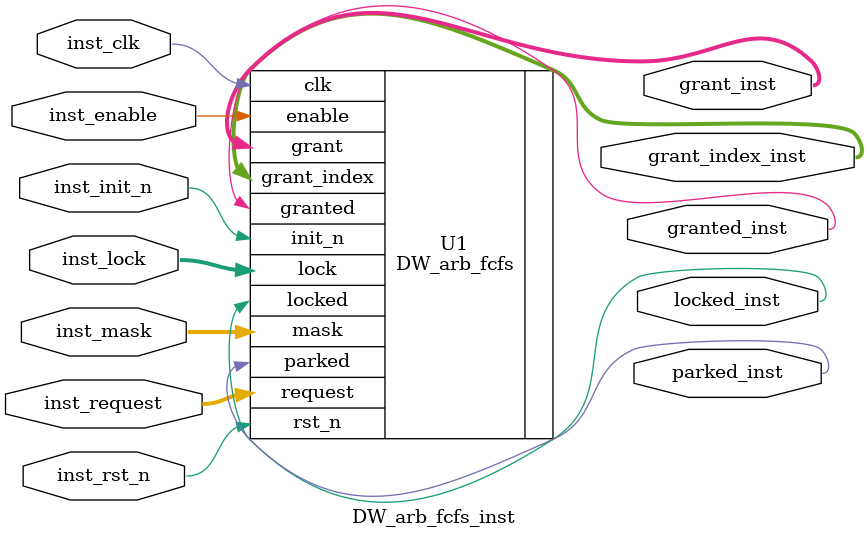
<source format=v>
module DW_arb_fcfs_inst( inst_clk, inst_rst_n, inst_init_n, inst_enable, inst_request,
		inst_lock, inst_mask, parked_inst, granted_inst, locked_inst,
		grant_inst, grant_index_inst );

parameter inst_n = 4;
parameter inst_park_mode = 1;
parameter inst_park_index = 0;
parameter inst_output_mode = 1;

`define bit_width_n 2	// bit_width_n is set to ceil(log2(n))

input inst_clk;
input inst_rst_n;
input inst_init_n;
input inst_enable;
input [inst_n-1 : 0] inst_request;
input [inst_n-1 : 0] inst_lock;
input [inst_n-1 : 0] inst_mask;
output parked_inst;
output granted_inst;
output locked_inst;
output [inst_n-1 : 0] grant_inst;
output [`bit_width_n-1 : 0] grant_index_inst;

    // Instance of DW_arb_fcfs
    DW_arb_fcfs #(inst_n, inst_park_mode, inst_park_index, inst_output_mode) U1 (
			.clk(inst_clk),
			.rst_n(inst_rst_n),
			.init_n(inst_init_n),
			.enable(inst_enable),
			.request(inst_request),
			.lock(inst_lock),
			.mask(inst_mask),
			.parked(parked_inst),
			.granted(granted_inst),
			.locked(locked_inst),
			.grant(grant_inst),
			.grant_index(grant_index_inst) );

endmodule

</source>
